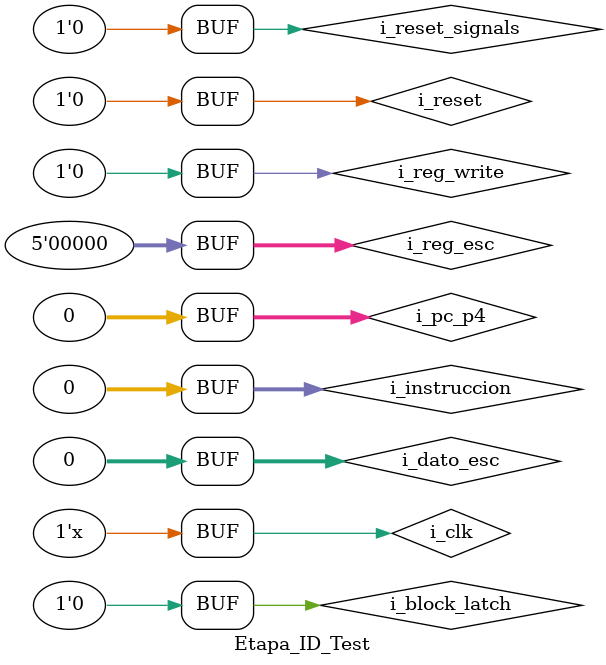
<source format=v>
`timescale 1ns / 1ps


module Etapa_ID_Test();
   
   //Inputs comunes
    reg i_clk;
    reg i_reset;
    reg [31:0] i_instruccion;
    reg [31:0] i_pc_p4;
    //UnidadDeRegistros
    reg [4:0] i_reg_esc;
    reg [31:0] i_dato_esc;
    reg i_reg_write;
    //UnidadeDeControl_Signals y UnidadDeControl_ALUOP
    reg i_reset_signals;
    
    reg i_block_latch;
    
    //Outputs hacia atras, para jumps
    wire o_take_jump;
    wire o_jump_address;
    
    //Outputs hacia adelante, etapa EX
    wire [31:0] o_pc_p4;
    wire [31:0] o_dato_1;
    wire [31:0] o_dato_2;
    wire [31:0] o_operando_b;
    wire [31:0] o_instruccion;
    wire [5:0] o_aluop;
    // De control
    wire o_less_wb;
    wire [3:0] o_mem_width;
    wire o_gpr31;
    wire o_pc_4_wb;
    wire o_reg_dst;
    wire o_mem_to_reg;
    wire o_mem_write;
    wire o_reg_write;
    wire o_take_jump_r;
    wire o_take_branch;
    wire o_branch_neq;
    // Deteccion de riesgo
    wire o_post_bloqueo;
    wire o_take_jump_r_uc;     //Salida de la señal directa desde Unidad de Control (para deteccion de riesgos)
    wire o_take_branch_uc;   //Salida de la señal directa desde Unidad de Control (para deteccion de riesgos)
    
    Etapa_ID etapa_1(i_clk, i_reset, i_instruccion, i_pc_p4, i_reg_esc, i_dato_esc, i_reg_write, i_reset_signals, i_block_latch, o_take_jump, o_jump_address, o_pc_p4, o_dato_1, o_dato_2, o_operando_b, o_instruccion, o_aluop, o_less_wb, o_mem_width, o_gpr31, o_pc_4_wb, o_reg_dst, o_mem_to_reg, o_mem_write, o_reg_write, o_take_jump_r, o_take_branch, o_branch_neq, o_post_bloqueo, o_take_jump_r_uc, o_take_branch_uc);
                        
    initial begin
        
        i_clk = 1;
        i_reset = 1;
        i_instruccion = 0;
        i_pc_p4 = 0;
        i_reg_esc = 0;
        i_dato_esc = 0;
        i_reg_write = 0;
        i_reset_signals = 0;
        i_block_latch = 0;
        
        #5
        i_reset = 0;
        
        #1
        i_instruccion = 32'b01011100001000010000000011001000;
        
        #1
        i_instruccion = 32'b01000100001000100000000010000000;
        
        #1
        i_instruccion = 0;
        
    end
    
    // Clk de periodo 1
    always begin
        #0.5
        i_clk = ~i_clk;
    end

    
    
endmodule

</source>
